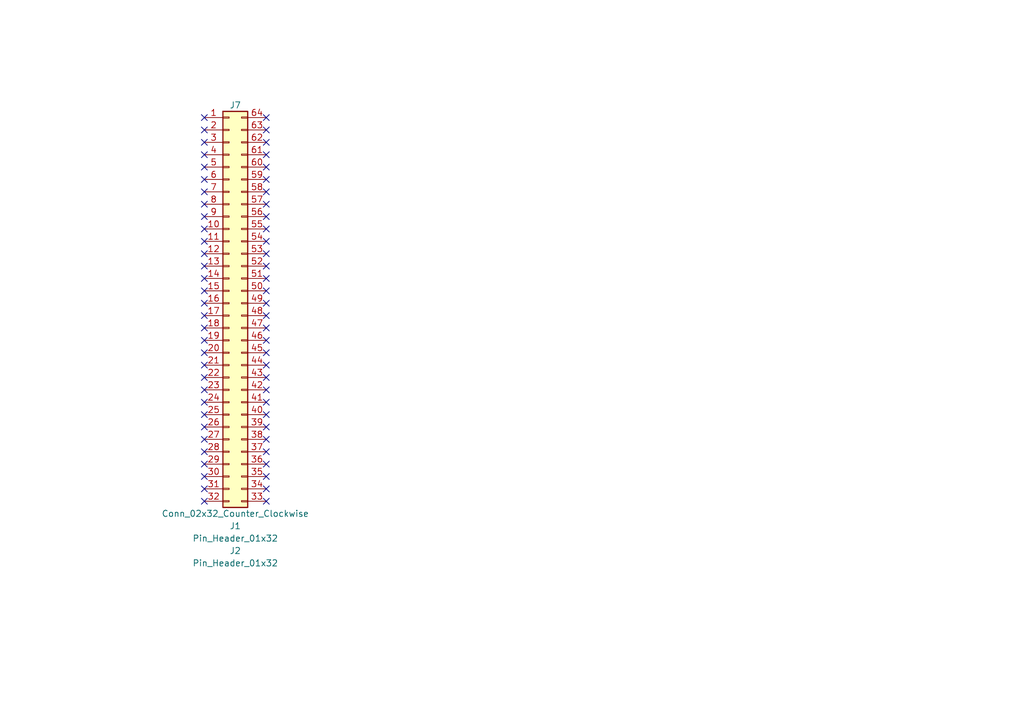
<source format=kicad_sch>
(kicad_sch (version 20250114) (generator "eeschema") (generator_version "9.0")
  (paper "A5")
  (title_block (title "Board 2x32 W22.86") (date "2025-09-29") (rev "V0"))
  (lib_symbols
    (symbol "Connector_Generic:Conn_02x32_Counter_Clockwise" (pin_names (offset 1.016) (hide yes))
      (property "Reference" "J" (at 1.27 40.64 0))
      (property "Value" "Conn_02x32_Counter_Clockwise" (at 1.27 -43.18 0))
      (symbol "Conn_02x32_Counter_Clockwise_1_1"
        (rectangle (start -1.27 39.37) (end 3.81 -41.91) (stroke (width 0.254)) (fill (type background)))
        (rectangle (start -1.27 38.227) (end 0 37.973) (stroke (width 0.1524)))
        (rectangle (start -1.27 35.687) (end 0 35.433) (stroke (width 0.1524)))
        (rectangle (start -1.27 33.147) (end 0 32.893) (stroke (width 0.1524)))
        (rectangle (start -1.27 30.607) (end 0 30.353) (stroke (width 0.1524)))
        (rectangle (start -1.27 28.067) (end 0 27.813) (stroke (width 0.1524)))
        (rectangle (start -1.27 25.527) (end 0 25.273) (stroke (width 0.1524)))
        (rectangle (start -1.27 22.987) (end 0 22.733) (stroke (width 0.1524)))
        (rectangle (start -1.27 20.447) (end 0 20.193) (stroke (width 0.1524)))
        (rectangle (start -1.27 17.907) (end 0 17.653) (stroke (width 0.1524)))
        (rectangle (start -1.27 15.367) (end 0 15.113) (stroke (width 0.1524)))
        (rectangle (start -1.27 12.827) (end 0 12.573) (stroke (width 0.1524)))
        (rectangle (start -1.27 10.287) (end 0 10.033) (stroke (width 0.1524)))
        (rectangle (start -1.27 7.747) (end 0 7.493) (stroke (width 0.1524)))
        (rectangle (start -1.27 5.207) (end 0 4.953) (stroke (width 0.1524)))
        (rectangle (start -1.27 2.667) (end 0 2.413) (stroke (width 0.1524)))
        (rectangle (start -1.27 0.127) (end 0 -0.127) (stroke (width 0.1524)))
        (rectangle (start -1.27 -2.413) (end 0 -2.667) (stroke (width 0.1524)))
        (rectangle (start -1.27 -4.953) (end 0 -5.207) (stroke (width 0.1524)))
        (rectangle (start -1.27 -7.493) (end 0 -7.747) (stroke (width 0.1524)))
        (rectangle (start -1.27 -10.033) (end 0 -10.287) (stroke (width 0.1524)))
        (rectangle (start -1.27 -12.573) (end 0 -12.827) (stroke (width 0.1524)))
        (rectangle (start -1.27 -15.113) (end 0 -15.367) (stroke (width 0.1524)))
        (rectangle (start -1.27 -17.653) (end 0 -17.907) (stroke (width 0.1524)))
        (rectangle (start -1.27 -20.193) (end 0 -20.447) (stroke (width 0.1524)))
        (rectangle (start -1.27 -22.733) (end 0 -22.987) (stroke (width 0.1524)))
        (rectangle (start -1.27 -25.273) (end 0 -25.527) (stroke (width 0.1524)))
        (rectangle (start -1.27 -27.813) (end 0 -28.067) (stroke (width 0.1524)))
        (rectangle (start -1.27 -30.353) (end 0 -30.607) (stroke (width 0.1524)))
        (rectangle (start -1.27 -32.893) (end 0 -33.147) (stroke (width 0.1524)))
        (rectangle (start -1.27 -35.433) (end 0 -35.687) (stroke (width 0.1524)))
        (rectangle (start -1.27 -37.973) (end 0 -38.227) (stroke (width 0.1524)))
        (rectangle (start -1.27 -40.513) (end 0 -40.767) (stroke (width 0.1524)))
        (rectangle (start 3.81 38.227) (end 2.54 37.973) (stroke (width 0.1524)))
        (rectangle (start 3.81 35.687) (end 2.54 35.433) (stroke (width 0.1524)))
        (rectangle (start 3.81 33.147) (end 2.54 32.893) (stroke (width 0.1524)))
        (rectangle (start 3.81 30.607) (end 2.54 30.353) (stroke (width 0.1524)))
        (rectangle (start 3.81 28.067) (end 2.54 27.813) (stroke (width 0.1524)))
        (rectangle (start 3.81 25.527) (end 2.54 25.273) (stroke (width 0.1524)))
        (rectangle (start 3.81 22.987) (end 2.54 22.733) (stroke (width 0.1524)))
        (rectangle (start 3.81 20.447) (end 2.54 20.193) (stroke (width 0.1524)))
        (rectangle (start 3.81 17.907) (end 2.54 17.653) (stroke (width 0.1524)))
        (rectangle (start 3.81 15.367) (end 2.54 15.113) (stroke (width 0.1524)))
        (rectangle (start 3.81 12.827) (end 2.54 12.573) (stroke (width 0.1524)))
        (rectangle (start 3.81 10.287) (end 2.54 10.033) (stroke (width 0.1524)))
        (rectangle (start 3.81 7.747) (end 2.54 7.493) (stroke (width 0.1524)))
        (rectangle (start 3.81 5.207) (end 2.54 4.953) (stroke (width 0.1524)))
        (rectangle (start 3.81 2.667) (end 2.54 2.413) (stroke (width 0.1524)))
        (rectangle (start 3.81 0.127) (end 2.54 -0.127) (stroke (width 0.1524)))
        (rectangle (start 3.81 -2.413) (end 2.54 -2.667) (stroke (width 0.1524)))
        (rectangle (start 3.81 -4.953) (end 2.54 -5.207) (stroke (width 0.1524)))
        (rectangle (start 3.81 -7.493) (end 2.54 -7.747) (stroke (width 0.1524)))
        (rectangle (start 3.81 -10.033) (end 2.54 -10.287) (stroke (width 0.1524)))
        (rectangle (start 3.81 -12.573) (end 2.54 -12.827) (stroke (width 0.1524)))
        (rectangle (start 3.81 -15.113) (end 2.54 -15.367) (stroke (width 0.1524)))
        (rectangle (start 3.81 -17.653) (end 2.54 -17.907) (stroke (width 0.1524)))
        (rectangle (start 3.81 -20.193) (end 2.54 -20.447) (stroke (width 0.1524)))
        (rectangle (start 3.81 -22.733) (end 2.54 -22.987) (stroke (width 0.1524)))
        (rectangle (start 3.81 -25.273) (end 2.54 -25.527) (stroke (width 0.1524)))
        (rectangle (start 3.81 -27.813) (end 2.54 -28.067) (stroke (width 0.1524)))
        (rectangle (start 3.81 -30.353) (end 2.54 -30.607) (stroke (width 0.1524)))
        (rectangle (start 3.81 -32.893) (end 2.54 -33.147) (stroke (width 0.1524)))
        (rectangle (start 3.81 -35.433) (end 2.54 -35.687) (stroke (width 0.1524)))
        (rectangle (start 3.81 -37.973) (end 2.54 -38.227) (stroke (width 0.1524)))
        (rectangle (start 3.81 -40.513) (end 2.54 -40.767) (stroke (width 0.1524)))
        (pin passive line (at -5.08 38.1 0) (length 3.81) (name "Pin_1") (number "1"))
        (pin passive line (at -5.08 35.56 0) (length 3.81) (name "Pin_2") (number "2"))
        (pin passive line (at -5.08 33.02 0) (length 3.81) (name "Pin_3") (number "3"))
        (pin passive line (at -5.08 30.48 0) (length 3.81) (name "Pin_4") (number "4"))
        (pin passive line (at -5.08 27.94 0) (length 3.81) (name "Pin_5") (number "5"))
        (pin passive line (at -5.08 25.4 0) (length 3.81) (name "Pin_6") (number "6"))
        (pin passive line (at -5.08 22.86 0) (length 3.81) (name "Pin_7") (number "7"))
        (pin passive line (at -5.08 20.32 0) (length 3.81) (name "Pin_8") (number "8"))
        (pin passive line (at -5.08 17.78 0) (length 3.81) (name "Pin_9") (number "9"))
        (pin passive line (at -5.08 15.24 0) (length 3.81) (name "Pin_10") (number "10"))
        (pin passive line (at -5.08 12.7 0) (length 3.81) (name "Pin_11") (number "11"))
        (pin passive line (at -5.08 10.16 0) (length 3.81) (name "Pin_12") (number "12"))
        (pin passive line (at -5.08 7.62 0) (length 3.81) (name "Pin_13") (number "13"))
        (pin passive line (at -5.08 5.08 0) (length 3.81) (name "Pin_14") (number "14"))
        (pin passive line (at -5.08 2.54 0) (length 3.81) (name "Pin_15") (number "15"))
        (pin passive line (at -5.08 0 0) (length 3.81) (name "Pin_16") (number "16"))
        (pin passive line (at -5.08 -2.54 0) (length 3.81) (name "Pin_17") (number "17"))
        (pin passive line (at -5.08 -5.08 0) (length 3.81) (name "Pin_18") (number "18"))
        (pin passive line (at -5.08 -7.62 0) (length 3.81) (name "Pin_19") (number "19"))
        (pin passive line (at -5.08 -10.16 0) (length 3.81) (name "Pin_20") (number "20"))
        (pin passive line (at -5.08 -12.7 0) (length 3.81) (name "Pin_21") (number "21"))
        (pin passive line (at -5.08 -15.24 0) (length 3.81) (name "Pin_22") (number "22"))
        (pin passive line (at -5.08 -17.78 0) (length 3.81) (name "Pin_23") (number "23"))
        (pin passive line (at -5.08 -20.32 0) (length 3.81) (name "Pin_24") (number "24"))
        (pin passive line (at -5.08 -22.86 0) (length 3.81) (name "Pin_25") (number "25"))
        (pin passive line (at -5.08 -25.4 0) (length 3.81) (name "Pin_26") (number "26"))
        (pin passive line (at -5.08 -27.94 0) (length 3.81) (name "Pin_27") (number "27"))
        (pin passive line (at -5.08 -30.48 0) (length 3.81) (name "Pin_28") (number "28"))
        (pin passive line (at -5.08 -33.02 0) (length 3.81) (name "Pin_29") (number "29"))
        (pin passive line (at -5.08 -35.56 0) (length 3.81) (name "Pin_30") (number "30"))
        (pin passive line (at -5.08 -38.1 0) (length 3.81) (name "Pin_31") (number "31"))
        (pin passive line (at -5.08 -40.64 0) (length 3.81) (name "Pin_32") (number "32"))
        (pin passive line (at 7.62 38.1 180) (length 3.81) (name "Pin_64") (number "64"))
        (pin passive line (at 7.62 35.56 180) (length 3.81) (name "Pin_63") (number "63"))
        (pin passive line (at 7.62 33.02 180) (length 3.81) (name "Pin_62") (number "62"))
        (pin passive line (at 7.62 30.48 180) (length 3.81) (name "Pin_61") (number "61"))
        (pin passive line (at 7.62 27.94 180) (length 3.81) (name "Pin_60") (number "60"))
        (pin passive line (at 7.62 25.4 180) (length 3.81) (name "Pin_59") (number "59"))
        (pin passive line (at 7.62 22.86 180) (length 3.81) (name "Pin_58") (number "58"))
        (pin passive line (at 7.62 20.32 180) (length 3.81) (name "Pin_57") (number "57"))
        (pin passive line (at 7.62 17.78 180) (length 3.81) (name "Pin_56") (number "56"))
        (pin passive line (at 7.62 15.24 180) (length 3.81) (name "Pin_55") (number "55"))
        (pin passive line (at 7.62 12.7 180) (length 3.81) (name "Pin_54") (number "54"))
        (pin passive line (at 7.62 10.16 180) (length 3.81) (name "Pin_53") (number "53"))
        (pin passive line (at 7.62 7.62 180) (length 3.81) (name "Pin_52") (number "52"))
        (pin passive line (at 7.62 5.08 180) (length 3.81) (name "Pin_51") (number "51"))
        (pin passive line (at 7.62 2.54 180) (length 3.81) (name "Pin_50") (number "50"))
        (pin passive line (at 7.62 0 180) (length 3.81) (name "Pin_49") (number "49"))
        (pin passive line (at 7.62 -2.54 180) (length 3.81) (name "Pin_48") (number "48"))
        (pin passive line (at 7.62 -5.08 180) (length 3.81) (name "Pin_47") (number "47"))
        (pin passive line (at 7.62 -7.62 180) (length 3.81) (name "Pin_46") (number "46"))
        (pin passive line (at 7.62 -10.16 180) (length 3.81) (name "Pin_45") (number "45"))
        (pin passive line (at 7.62 -12.7 180) (length 3.81) (name "Pin_44") (number "44"))
        (pin passive line (at 7.62 -15.24 180) (length 3.81) (name "Pin_43") (number "43"))
        (pin passive line (at 7.62 -17.78 180) (length 3.81) (name "Pin_42") (number "42"))
        (pin passive line (at 7.62 -20.32 180) (length 3.81) (name "Pin_41") (number "41"))
        (pin passive line (at 7.62 -22.86 180) (length 3.81) (name "Pin_40") (number "40"))
        (pin passive line (at 7.62 -25.4 180) (length 3.81) (name "Pin_39") (number "39"))
        (pin passive line (at 7.62 -27.94 180) (length 3.81) (name "Pin_38") (number "38"))
        (pin passive line (at 7.62 -30.48 180) (length 3.81) (name "Pin_37") (number "37"))
        (pin passive line (at 7.62 -33.02 180) (length 3.81) (name "Pin_36") (number "36"))
        (pin passive line (at 7.62 -35.56 180) (length 3.81) (name "Pin_35") (number "35"))
        (pin passive line (at 7.62 -38.1 180) (length 3.81) (name "Pin_34") (number "34"))
        (pin passive line (at 7.62 -40.64 180) (length 3.81) (name "Pin_33") (number "33"))
      )
    )
    (symbol "HCP65:Pin_Header_01x32" (pin_names (offset 1.016) (hide yes))
      (property "Reference" "J" (at 0 1.27 0))
      (property "Value" "Pin_Header_01x32" (at 0 -1.27 0))
    )
  )
  (no_connect (at 41.91 39.37))
  (no_connect (at 41.91 44.45))
  (no_connect (at 41.91 87.63))
  (no_connect (at 41.91 64.77))
  (no_connect (at 54.61 82.55))
  (no_connect (at 54.61 74.93))
  (no_connect (at 54.61 77.47))
  (no_connect (at 41.91 67.31))
  (no_connect (at 54.61 54.61))
  (no_connect (at 41.91 36.83))
  (no_connect (at 54.61 90.17))
  (no_connect (at 54.61 24.13))
  (no_connect (at 54.61 49.53))
  (no_connect (at 41.91 46.99))
  (no_connect (at 54.61 97.79))
  (no_connect (at 41.91 31.75))
  (no_connect (at 54.61 95.25))
  (no_connect (at 41.91 92.71))
  (no_connect (at 54.61 44.45))
  (no_connect (at 54.61 52.07))
  (no_connect (at 54.61 59.69))
  (no_connect (at 54.61 36.83))
  (no_connect (at 41.91 90.17))
  (no_connect (at 41.91 54.61))
  (no_connect (at 41.91 72.39))
  (no_connect (at 41.91 34.29))
  (no_connect (at 54.61 102.87))
  (no_connect (at 41.91 26.67))
  (no_connect (at 54.61 87.63))
  (no_connect (at 41.91 82.55))
  (no_connect (at 54.61 92.71))
  (no_connect (at 41.91 24.13))
  (no_connect (at 41.91 100.33))
  (no_connect (at 54.61 31.75))
  (no_connect (at 41.91 52.07))
  (no_connect (at 54.61 57.15))
  (no_connect (at 41.91 80.01))
  (no_connect (at 41.91 97.79))
  (no_connect (at 54.61 46.99))
  (no_connect (at 41.91 95.25))
  (no_connect (at 54.61 69.85))
  (no_connect (at 41.91 69.85))
  (no_connect (at 41.91 29.21))
  (no_connect (at 54.61 26.67))
  (no_connect (at 54.61 34.29))
  (no_connect (at 41.91 74.93))
  (no_connect (at 54.61 39.37))
  (no_connect (at 41.91 102.87))
  (no_connect (at 54.61 100.33))
  (no_connect (at 41.91 57.15))
  (no_connect (at 54.61 64.77))
  (no_connect (at 54.61 67.31))
  (no_connect (at 54.61 85.09))
  (no_connect (at 41.91 85.09))
  (no_connect (at 54.61 29.21))
  (no_connect (at 41.91 59.69))
  (no_connect (at 54.61 62.23))
  (no_connect (at 41.91 77.47))
  (no_connect (at 41.91 62.23))
  (no_connect (at 54.61 41.91))
  (no_connect (at 41.91 49.53))
  (no_connect (at 54.61 72.39))
  (no_connect (at 41.91 41.91))
  (no_connect (at 54.61 80.01))
  (symbol (lib_id "Connector_Generic:Conn_02x32_Counter_Clockwise") (at 46.99 62.23 0) (unit 1)
    (property "Reference" "J7" (at 48.26 21.59 0))
    (property "Value" "Conn_02x32_Counter_Clockwise" (at 48.26 105.41 0))
    (property "Description" "Generic connector, double row, 02x32, counter clockwise pin numbering scheme (similar to DIP package numbering), script generated (kicad-library-utils/schlib/autogen/connector/)" (effects (hide yes)))
  )
  (symbol (lib_id "HCP65:Pin_Header_01x32") (at 48.26 109.22 0) (mirror y) (unit 1)
    (property "Reference" "J1" (at 48.26 107.95 0))
    (property "Value" "Pin_Header_01x32" (at 48.26 110.49 0))
    (property "Footprint" "SamacSys_Parts:PinHeader_1x32_P2.54mm_Vertical" (effects (hide yes)))
  )
  (symbol (lib_id "HCP65:Pin_Header_01x32") (at 48.26 114.3 0) (unit 1)
    (property "Reference" "J2" (at 48.26 113.03 0))
    (property "Value" "Pin_Header_01x32" (at 48.26 115.57 0))
    (property "Footprint" "SamacSys_Parts:PinHeader_1x32_P2.54mm_Vertical" (effects (hide yes)))
  )
)
</source>
